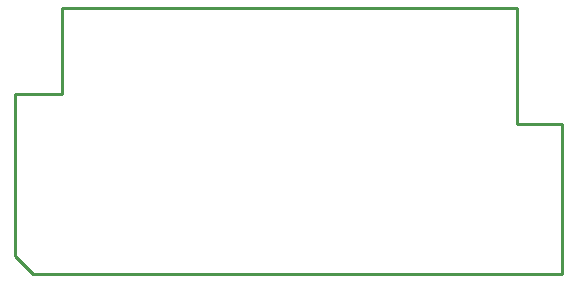
<source format=gtp>
G04 EAGLE Gerber RS-274X export*
G75*
%MOMM*%
%FSLAX34Y34*%
%LPD*%
%INTop Paste*%
%IPPOS*%
%AMOC8*
5,1,8,0,0,1.08239X$1,22.5*%
G01*
%ADD10C,0.254000*%


D10*
X230000Y425000D02*
X245000Y410000D01*
X693000Y410000D01*
X693000Y536500D01*
X655000Y536500D01*
X655000Y635000D01*
X270000Y635000D01*
X270000Y562500D01*
X230000Y562500D01*
X230000Y425000D01*
M02*

</source>
